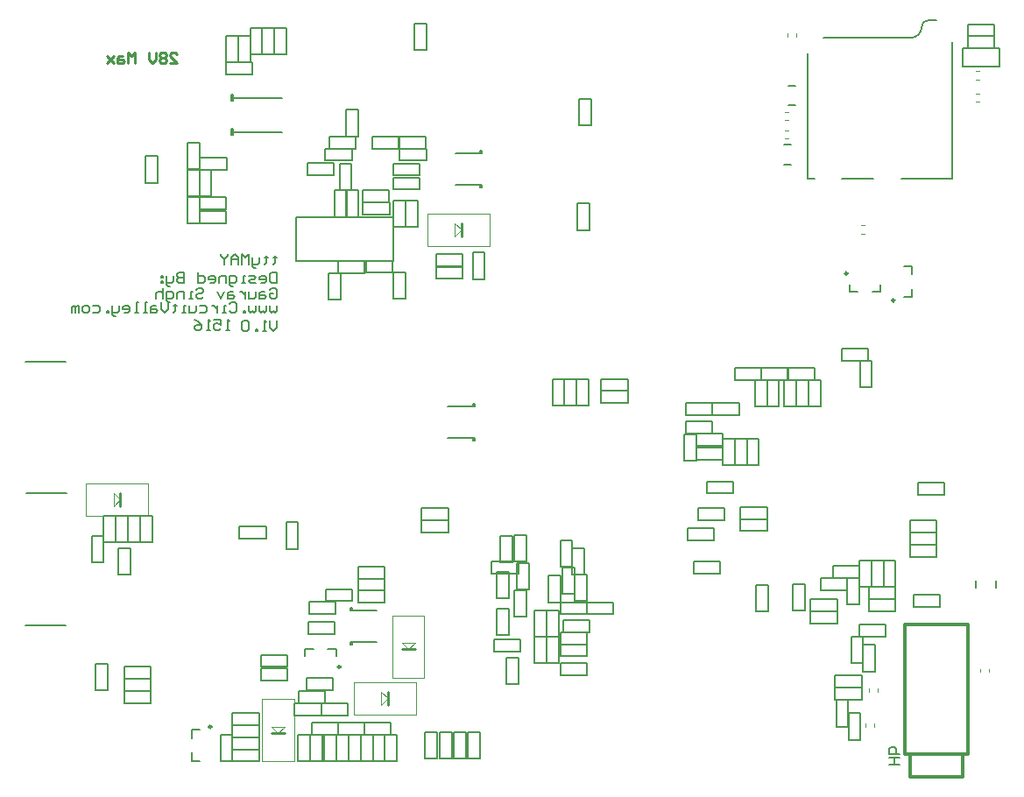
<source format=gbo>
G04 Layer_Color=32896*
%FSLAX24Y24*%
%MOIN*%
G70*
G01*
G75*
%ADD10C,0.0060*%
%ADD11C,0.0080*%
%ADD78C,0.0070*%
%ADD79C,0.0120*%
%ADD93C,0.0050*%
%ADD114C,0.0090*%
%ADD115C,0.0098*%
%ADD119C,0.0040*%
%ADD120C,0.0079*%
D10*
X28960Y23080D02*
X29210D01*
X28960Y23840D02*
X29210D01*
X29130Y25340D02*
X29380D01*
X29130Y26100D02*
X29380D01*
X37020Y7000D02*
Y7250D01*
X36260Y7000D02*
Y7250D01*
D11*
X34446Y28584D02*
G03*
X34190Y28310I9J-265D01*
G01*
X33777Y27914D02*
G03*
X34190Y28310I9J404D01*
G01*
X100Y5550D02*
X1630D01*
X110Y10590D02*
X1640D01*
X90Y15590D02*
X1620D01*
X35352Y22560D02*
Y27757D01*
X33423Y22560D02*
X35352D01*
X31155D02*
X32360D01*
X29840D02*
Y27324D01*
Y22560D02*
X30116D01*
X30470Y27914D02*
X33777D01*
X34446Y28584D02*
X34761D01*
X32940Y240D02*
X33340D01*
X33140D01*
Y507D01*
X32940D01*
X33340D01*
Y640D02*
X32940D01*
Y840D01*
X33007Y906D01*
X33140D01*
X33207Y840D01*
Y640D01*
D78*
X9640Y17160D02*
Y16893D01*
X9507Y16760D01*
X9373Y16893D01*
Y17160D01*
X9240Y16760D02*
X9107D01*
X9173D01*
Y17160D01*
X9240Y17093D01*
X8907Y16760D02*
Y16827D01*
X8840D01*
Y16760D01*
X8907D01*
X8574Y17093D02*
X8507Y17160D01*
X8374D01*
X8307Y17093D01*
Y16827D01*
X8374Y16760D01*
X8507D01*
X8574Y16827D01*
Y17093D01*
X9583Y19603D02*
Y19537D01*
X9650D01*
X9517D01*
X9583D01*
Y19337D01*
X9517Y19270D01*
X9250Y19603D02*
Y19537D01*
X9317D01*
X9183D01*
X9250D01*
Y19337D01*
X9183Y19270D01*
X8984Y19537D02*
Y19337D01*
X8917Y19270D01*
X8717D01*
Y19203D01*
X8784Y19137D01*
X8850D01*
X8717Y19270D02*
Y19537D01*
X8584Y19270D02*
Y19670D01*
X8450Y19537D01*
X8317Y19670D01*
Y19270D01*
X8184D02*
Y19537D01*
X8051Y19670D01*
X7917Y19537D01*
Y19270D01*
Y19470D01*
X8184D01*
X7784Y19670D02*
Y19603D01*
X7651Y19470D01*
X7517Y19603D01*
Y19670D01*
X7651Y19470D02*
Y19270D01*
X7860Y16770D02*
X7727D01*
X7793D01*
Y17170D01*
X7860Y17103D01*
X7260Y17170D02*
X7527D01*
Y16970D01*
X7393Y17037D01*
X7327D01*
X7260Y16970D01*
Y16837D01*
X7327Y16770D01*
X7460D01*
X7527Y16837D01*
X7127Y16770D02*
X6994D01*
X7060D01*
Y17170D01*
X7127Y17103D01*
X6527Y17170D02*
X6660Y17103D01*
X6794Y16970D01*
Y16837D01*
X6727Y16770D01*
X6594D01*
X6527Y16837D01*
Y16903D01*
X6594Y16970D01*
X6794D01*
X9640Y17707D02*
Y17507D01*
X9573Y17440D01*
X9507Y17507D01*
X9440Y17440D01*
X9373Y17507D01*
Y17707D01*
X9240D02*
Y17507D01*
X9173Y17440D01*
X9107Y17507D01*
X9040Y17440D01*
X8974Y17507D01*
Y17707D01*
X8840D02*
Y17507D01*
X8774Y17440D01*
X8707Y17507D01*
X8640Y17440D01*
X8574Y17507D01*
Y17707D01*
X8440Y17440D02*
Y17507D01*
X8374D01*
Y17440D01*
X8440D01*
X7841Y17773D02*
X7907Y17840D01*
X8041D01*
X8107Y17773D01*
Y17507D01*
X8041Y17440D01*
X7907D01*
X7841Y17507D01*
X7707Y17440D02*
X7574D01*
X7641D01*
Y17707D01*
X7707D01*
X7374D02*
Y17440D01*
Y17573D01*
X7307Y17640D01*
X7241Y17707D01*
X7174D01*
X6708D02*
X6908D01*
X6974Y17640D01*
Y17507D01*
X6908Y17440D01*
X6708D01*
X6574Y17707D02*
Y17507D01*
X6508Y17440D01*
X6308D01*
Y17707D01*
X6174Y17440D02*
X6041D01*
X6108D01*
Y17707D01*
X6174D01*
X5775Y17773D02*
Y17707D01*
X5841D01*
X5708D01*
X5775D01*
Y17507D01*
X5708Y17440D01*
X5508Y17840D02*
Y17573D01*
X5375Y17440D01*
X5241Y17573D01*
Y17840D01*
X5041Y17707D02*
X4908D01*
X4842Y17640D01*
Y17440D01*
X5041D01*
X5108Y17507D01*
X5041Y17573D01*
X4842D01*
X4708Y17440D02*
X4575D01*
X4642D01*
Y17840D01*
X4708D01*
X4375Y17440D02*
X4242D01*
X4308D01*
Y17840D01*
X4375D01*
X3842Y17440D02*
X3975D01*
X4042Y17507D01*
Y17640D01*
X3975Y17707D01*
X3842D01*
X3775Y17640D01*
Y17573D01*
X4042D01*
X3642Y17707D02*
Y17507D01*
X3575Y17440D01*
X3375D01*
Y17373D01*
X3442Y17307D01*
X3509D01*
X3375Y17440D02*
Y17707D01*
X3242Y17440D02*
Y17507D01*
X3175D01*
Y17440D01*
X3242D01*
X2642Y17707D02*
X2842D01*
X2909Y17640D01*
Y17507D01*
X2842Y17440D01*
X2642D01*
X2442D02*
X2309D01*
X2242Y17507D01*
Y17640D01*
X2309Y17707D01*
X2442D01*
X2509Y17640D01*
Y17507D01*
X2442Y17440D01*
X2109D02*
Y17707D01*
X2042D01*
X1976Y17640D01*
Y17440D01*
Y17640D01*
X1909Y17707D01*
X1843Y17640D01*
Y17440D01*
X9383Y18313D02*
X9450Y18380D01*
X9583D01*
X9650Y18313D01*
Y18047D01*
X9583Y17980D01*
X9450D01*
X9383Y18047D01*
Y18180D01*
X9517D01*
X9183Y18247D02*
X9050D01*
X8984Y18180D01*
Y17980D01*
X9183D01*
X9250Y18047D01*
X9183Y18113D01*
X8984D01*
X8850Y18247D02*
Y18047D01*
X8784Y17980D01*
X8584D01*
Y18247D01*
X8450D02*
Y17980D01*
Y18113D01*
X8384Y18180D01*
X8317Y18247D01*
X8250D01*
X7984D02*
X7851D01*
X7784Y18180D01*
Y17980D01*
X7984D01*
X8051Y18047D01*
X7984Y18113D01*
X7784D01*
X7651Y18247D02*
X7517Y17980D01*
X7384Y18247D01*
X6584Y18313D02*
X6651Y18380D01*
X6784D01*
X6851Y18313D01*
Y18247D01*
X6784Y18180D01*
X6651D01*
X6584Y18113D01*
Y18047D01*
X6651Y17980D01*
X6784D01*
X6851Y18047D01*
X6451Y17980D02*
X6318D01*
X6384D01*
Y18247D01*
X6451D01*
X6118Y17980D02*
Y18247D01*
X5918D01*
X5851Y18180D01*
Y17980D01*
X5585Y17847D02*
X5518D01*
X5451Y17913D01*
Y18247D01*
X5651D01*
X5718Y18180D01*
Y18047D01*
X5651Y17980D01*
X5451D01*
X5318Y18380D02*
Y17980D01*
Y18180D01*
X5251Y18247D01*
X5118D01*
X5051Y18180D01*
Y17980D01*
X9650Y19000D02*
Y18600D01*
X9450D01*
X9383Y18667D01*
Y18933D01*
X9450Y19000D01*
X9650D01*
X9050Y18600D02*
X9183D01*
X9250Y18667D01*
Y18800D01*
X9183Y18867D01*
X9050D01*
X8984Y18800D01*
Y18733D01*
X9250D01*
X8850Y18600D02*
X8650D01*
X8584Y18667D01*
X8650Y18733D01*
X8784D01*
X8850Y18800D01*
X8784Y18867D01*
X8584D01*
X8450Y18600D02*
X8317D01*
X8384D01*
Y18867D01*
X8450D01*
X7984Y18467D02*
X7917D01*
X7851Y18533D01*
Y18867D01*
X8051D01*
X8117Y18800D01*
Y18667D01*
X8051Y18600D01*
X7851D01*
X7717D02*
Y18867D01*
X7517D01*
X7451Y18800D01*
Y18600D01*
X7117D02*
X7251D01*
X7317Y18667D01*
Y18800D01*
X7251Y18867D01*
X7117D01*
X7051Y18800D01*
Y18733D01*
X7317D01*
X6651Y19000D02*
Y18600D01*
X6851D01*
X6918Y18667D01*
Y18800D01*
X6851Y18867D01*
X6651D01*
X6118Y19000D02*
Y18600D01*
X5918D01*
X5851Y18667D01*
Y18733D01*
X5918Y18800D01*
X6118D01*
X5918D01*
X5851Y18867D01*
Y18933D01*
X5918Y19000D01*
X6118D01*
X5718Y18867D02*
Y18667D01*
X5651Y18600D01*
X5451D01*
Y18533D01*
X5518Y18467D01*
X5585D01*
X5451Y18600D02*
Y18867D01*
X5318D02*
X5251D01*
Y18800D01*
X5318D01*
Y18867D01*
Y18667D02*
X5251D01*
Y18600D01*
X5318D01*
Y18667D01*
D79*
X33550Y5600D02*
X35950D01*
X35750Y-200D02*
Y600D01*
X33750Y-200D02*
X35750D01*
X33750D02*
Y600D01*
X35950Y638D02*
Y5600D01*
X33550Y638D02*
Y5600D01*
Y638D02*
X35950D01*
D93*
X17431Y22211D02*
Y22329D01*
X17392Y22211D02*
Y22329D01*
Y22211D02*
X17471D01*
X17392Y23629D02*
X17471D01*
X17392Y23511D02*
Y23629D01*
X17431Y23511D02*
Y23629D01*
X16447Y23511D02*
X17471D01*
Y23629D01*
Y22211D02*
Y22329D01*
X16447D02*
X17471D01*
X17151Y12581D02*
Y12699D01*
X17112Y12581D02*
Y12699D01*
Y12581D02*
X17191D01*
X17112Y13999D02*
X17191D01*
X17112Y13881D02*
Y13999D01*
X17151Y13881D02*
Y13999D01*
X16167Y13881D02*
X17191D01*
Y13999D01*
Y12581D02*
Y12699D01*
X16167D02*
X17191D01*
X21450Y5970D02*
X22460D01*
X21450Y6430D02*
X22460D01*
Y5970D02*
Y6430D01*
X21450Y5970D02*
Y6430D01*
X16180Y9083D02*
Y9543D01*
X15170Y9083D02*
X16180D01*
X15170Y9543D02*
X16180D01*
X15170Y9083D02*
Y9543D01*
X16180D02*
Y10003D01*
X15170Y9543D02*
X16180D01*
X15170Y10003D02*
X16180D01*
X15170Y9543D02*
Y10003D01*
X12080Y17950D02*
Y18960D01*
X11620Y17950D02*
Y18960D01*
X12080D01*
X11620Y17950D02*
X12080D01*
X17110Y18730D02*
Y19740D01*
X17570Y18730D02*
Y19740D01*
X17110Y18730D02*
X17570D01*
X17110Y19740D02*
X17570D01*
X14090Y18980D02*
X14550D01*
Y17970D02*
Y18980D01*
X14090Y17970D02*
Y18980D01*
Y17970D02*
X14550D01*
X15350Y27440D02*
Y28450D01*
X14890Y27440D02*
Y28450D01*
X15350D01*
X14890Y27440D02*
X15350D01*
X4910Y8710D02*
Y9720D01*
X4450Y8710D02*
Y9720D01*
X4910D01*
X4450Y8710D02*
X4910D01*
X3620Y7480D02*
X4080D01*
X3620Y8490D02*
X4080D01*
X3620Y7480D02*
Y8490D01*
X4080Y7480D02*
Y8490D01*
X4850Y3530D02*
Y3990D01*
X3840Y3530D02*
Y3990D01*
Y3530D02*
X4850D01*
X3840Y3990D02*
X4850D01*
X12740Y7330D02*
Y7790D01*
X13750Y7330D02*
Y7790D01*
X12740D02*
X13750D01*
X12740Y7330D02*
X13750D01*
Y6870D02*
Y7330D01*
X12740Y6870D02*
Y7330D01*
Y6870D02*
X13750D01*
X12740Y7330D02*
X13750D01*
X12750Y6870D02*
X13760D01*
X12750Y6410D02*
X13760D01*
X12750D02*
Y6870D01*
X13760Y6410D02*
Y6870D01*
X12439Y6101D02*
X13463D01*
X12439D02*
Y6219D01*
Y4801D02*
Y4919D01*
X13463D01*
X12479Y4801D02*
Y4919D01*
X12518Y4801D02*
Y4919D01*
X12439Y4801D02*
X12518D01*
X12439Y6219D02*
X12518D01*
Y6101D02*
Y6219D01*
X12479Y6101D02*
Y6219D01*
X7970Y830D02*
Y1290D01*
X8980Y830D02*
Y1290D01*
X7970D02*
X8980D01*
X7970Y830D02*
X8980D01*
X7970Y370D02*
Y1380D01*
X7510Y370D02*
Y1380D01*
X7970D01*
X7510Y370D02*
X7970D01*
X8980D02*
Y830D01*
X7970Y370D02*
Y830D01*
Y370D02*
X8980D01*
X7970Y830D02*
X8980D01*
X7970Y1290D02*
X8980D01*
X7970Y1750D02*
X8980D01*
Y1290D02*
Y1750D01*
X7970Y1290D02*
Y1750D01*
X8980D01*
X7970Y2210D02*
X8980D01*
Y1750D02*
Y2210D01*
X7970Y1750D02*
Y2210D01*
X10860Y5670D02*
X11870D01*
X10860Y5210D02*
X11870D01*
X10860D02*
Y5670D01*
X11870Y5210D02*
Y5670D01*
X10330Y2130D02*
X11340D01*
X10330Y2590D02*
X11340D01*
Y2130D02*
Y2590D01*
X10330Y2130D02*
Y2590D01*
X11340Y2130D02*
Y2590D01*
X12350Y2130D02*
Y2590D01*
X11340D02*
X12350D01*
X11340Y2130D02*
X12350D01*
X10790Y3540D02*
X11800D01*
X10790Y3080D02*
X11800D01*
X10790D02*
Y3540D01*
X11800Y3080D02*
Y3540D01*
X10490Y2590D02*
Y3050D01*
X11500Y2590D02*
Y3050D01*
X10490D02*
X11500D01*
X10490Y2590D02*
X11500D01*
X8230Y9310D02*
X9240D01*
X8230Y8850D02*
X9240D01*
X8230D02*
Y9310D01*
X9240Y8850D02*
Y9310D01*
X3070Y9720D02*
X3530D01*
X3070Y8710D02*
X3530D01*
Y9720D01*
X3070Y8710D02*
Y9720D01*
X3990D02*
X4450D01*
X3990Y8710D02*
X4450D01*
Y9720D01*
X3990Y8710D02*
Y9720D01*
X3530D02*
X3990D01*
X3530Y8710D02*
X3990D01*
Y9720D01*
X3530Y8710D02*
Y9720D01*
X3070Y7950D02*
Y8960D01*
X2610Y7950D02*
Y8960D01*
X3070D01*
X2610Y7950D02*
X3070D01*
X16306Y470D02*
Y1480D01*
X15846Y470D02*
Y1480D01*
X16306D01*
X15846Y470D02*
X16306D01*
X16852D02*
Y1480D01*
X16392Y470D02*
Y1480D01*
X16852D01*
X16392Y470D02*
X16852D01*
X15760D02*
Y1480D01*
X15300Y470D02*
Y1480D01*
X15760D01*
X15300Y470D02*
X15760D01*
X17398Y470D02*
Y1480D01*
X16938Y470D02*
Y1480D01*
X17398D01*
X16938Y470D02*
X17398D01*
X12390Y380D02*
X12850D01*
X12390Y1390D02*
X12850D01*
X12390Y380D02*
Y1390D01*
X12850Y380D02*
Y1390D01*
X13310D02*
X13770D01*
X13310Y380D02*
X13770D01*
Y1390D01*
X13310Y380D02*
Y1390D01*
Y380D02*
Y1390D01*
X12850Y380D02*
Y1390D01*
X13310D01*
X12850Y380D02*
X13310D01*
X13770Y1390D02*
X14230D01*
X13770Y380D02*
X14230D01*
Y1390D01*
X13770Y380D02*
Y1390D01*
X12990D02*
X14000D01*
X12990Y1850D02*
X14000D01*
Y1390D02*
Y1850D01*
X12990Y1390D02*
Y1850D01*
X10980D02*
X11990D01*
X10980Y1390D02*
X11990D01*
X10980D02*
Y1850D01*
X11990Y1390D02*
Y1850D01*
X10470Y1380D02*
X10930D01*
X10470Y370D02*
X10930D01*
Y1380D01*
X10470Y370D02*
Y1380D01*
X11980Y1390D02*
Y1850D01*
X12990Y1390D02*
Y1850D01*
X11980D02*
X12990D01*
X11980Y1390D02*
X12990D01*
X10010Y8460D02*
X10470D01*
X10010Y9470D02*
X10470D01*
X10010Y8460D02*
Y9470D01*
X10470Y8460D02*
Y9470D01*
X11470Y380D02*
X11930D01*
X11470Y1390D02*
X11930D01*
X11470Y380D02*
Y1390D01*
X11930Y380D02*
Y1390D01*
X11390Y370D02*
Y1380D01*
X10930Y370D02*
Y1380D01*
X11390D01*
X10930Y370D02*
X11390D01*
X12390Y380D02*
Y1390D01*
X11930Y380D02*
Y1390D01*
X12390D01*
X11930Y380D02*
X12390D01*
X10060Y3970D02*
Y4430D01*
X9050Y3970D02*
Y4430D01*
Y3970D02*
X10060D01*
X9050Y4430D02*
X10060D01*
X9050Y3450D02*
X10060D01*
X9050Y3910D02*
X10060D01*
Y3450D02*
Y3910D01*
X9050Y3450D02*
Y3910D01*
X4850Y2600D02*
Y3060D01*
X3840Y2600D02*
Y3060D01*
Y2600D02*
X4850D01*
X3840Y3060D02*
X4850D01*
X3840D02*
X4850D01*
X3840Y3520D02*
X4850D01*
Y3060D02*
Y3520D01*
X3840Y3060D02*
Y3520D01*
X35750Y27510D02*
X35750Y26810D01*
X37150D02*
Y27510D01*
X35750Y27510D02*
X37150Y27510D01*
X35750Y26810D02*
X37150D01*
X35940Y27510D02*
X36950D01*
X35940Y27970D02*
X36950D01*
Y27510D02*
Y27970D01*
X35940Y27510D02*
Y27970D01*
Y28430D02*
X36950D01*
X35940Y27970D02*
X36950D01*
X35940D02*
Y28430D01*
X36950Y27970D02*
Y28430D01*
X7720Y21380D02*
Y21840D01*
X6710Y21380D02*
Y21840D01*
Y21380D02*
X7720D01*
X6710Y21840D02*
X7720D01*
X6250Y21860D02*
X6710D01*
X6250Y20850D02*
X6710D01*
Y21860D01*
X6250Y20850D02*
Y21860D01*
X33890Y6720D02*
X34900D01*
X33890Y6260D02*
X34900D01*
X33890D02*
Y6720D01*
X34900Y6260D02*
Y6720D01*
X31360Y6340D02*
Y7350D01*
X31820Y6340D02*
Y7350D01*
X31360Y6340D02*
X31820D01*
X31360Y7350D02*
X31820D01*
X33740Y8620D02*
X34750D01*
X33740Y8160D02*
X34750D01*
X33740D02*
Y8620D01*
X34750Y8160D02*
Y8620D01*
X32190Y7010D02*
X33200D01*
X32190Y6550D02*
X33200D01*
X32190D02*
Y7010D01*
X33200Y6550D02*
Y7010D01*
X32190Y6550D02*
X33200D01*
X32190Y6090D02*
X33200D01*
X32190D02*
Y6550D01*
X33200Y6090D02*
Y6550D01*
X31810Y5130D02*
X32820D01*
X31810Y5590D02*
X32820D01*
Y5130D02*
Y5590D01*
X31810Y5130D02*
Y5590D01*
X31820Y7010D02*
Y8020D01*
X32280Y7010D02*
Y8020D01*
X31820Y7010D02*
X32280D01*
X31820Y8020D02*
X32280D01*
X30810Y7810D02*
X31820D01*
X30810Y7350D02*
X31820D01*
X30810D02*
Y7810D01*
X31820Y7350D02*
Y7810D01*
X32280Y7010D02*
Y8020D01*
X32740Y7010D02*
Y8020D01*
X32280Y7010D02*
X32740D01*
X32280Y8020D02*
X32740D01*
X30350Y7350D02*
X31360D01*
X30350Y6890D02*
X31360D01*
X30350D02*
Y7350D01*
X31360Y6890D02*
Y7350D01*
X34040Y10510D02*
X35050D01*
X34040Y10970D02*
X35050D01*
Y10510D02*
Y10970D01*
X34040Y10510D02*
Y10970D01*
X31160Y16080D02*
X32170D01*
X31160Y15620D02*
X32170D01*
X31160D02*
Y16080D01*
X32170Y15620D02*
Y16080D01*
X33740Y9080D02*
X34750D01*
X33740Y8620D02*
X34750D01*
X33740D02*
Y9080D01*
X34750Y8620D02*
Y9080D01*
X28310Y13890D02*
Y14900D01*
X27850Y13890D02*
Y14900D01*
X28310D01*
X27850Y13890D02*
X28310D01*
X30340D02*
Y14900D01*
X29880Y13890D02*
Y14900D01*
X30340D01*
X29880Y13890D02*
X30340D01*
X25620Y12390D02*
X26630D01*
X25620Y12850D02*
X26630D01*
Y12390D02*
Y12850D01*
X25620Y12390D02*
Y12850D01*
X4650Y23410D02*
X5110D01*
Y22400D02*
Y23410D01*
X4650Y22400D02*
Y23410D01*
Y22400D02*
X5110D01*
X26020Y11030D02*
X27030D01*
X26020Y10570D02*
X27030D01*
X26020D02*
Y11030D01*
X27030Y10570D02*
Y11030D01*
X25280Y9240D02*
X26290D01*
X25280Y8780D02*
X26290D01*
X25280D02*
Y9240D01*
X26290Y8780D02*
Y9240D01*
X25680Y10010D02*
X26690D01*
X25680Y9550D02*
X26690D01*
X25680D02*
Y10010D01*
X26690Y9550D02*
Y10010D01*
X25512Y7522D02*
X26522D01*
X25512Y7982D02*
X26522D01*
Y7522D02*
Y7982D01*
X25512Y7522D02*
Y7982D01*
X27884Y6089D02*
Y7099D01*
X28344Y6089D02*
Y7099D01*
X27884Y6089D02*
X28344D01*
X27884Y7099D02*
X28344D01*
X29760Y6102D02*
Y7112D01*
X29300Y6102D02*
Y7112D01*
X29760D01*
X29300Y6102D02*
X29760D01*
X26230Y13550D02*
X27240D01*
X26230Y14010D02*
X27240D01*
Y13550D02*
Y14010D01*
X26230Y13550D02*
Y14010D01*
X33741Y9076D02*
X34751D01*
X33741Y9536D02*
X34751D01*
Y9076D02*
Y9536D01*
X33741Y9076D02*
Y9536D01*
X32300Y14610D02*
Y15620D01*
X31840Y14610D02*
Y15620D01*
X32300D01*
X31840Y14610D02*
X32300D01*
X28100Y14900D02*
X29110D01*
X28100Y15360D02*
X29110D01*
Y14900D02*
Y15360D01*
X28100Y14900D02*
Y15360D01*
X25210Y14010D02*
X26220D01*
X25210Y13550D02*
X26220D01*
X25210D02*
Y14010D01*
X26220Y13550D02*
Y14010D01*
X25210Y12850D02*
X26220D01*
X25210Y13310D02*
X26220D01*
Y12850D02*
Y13310D01*
X25210Y12850D02*
Y13310D01*
X25610Y12320D02*
X26620D01*
X25610Y11860D02*
X26620D01*
X25610D02*
Y12320D01*
X26620Y11860D02*
Y12320D01*
X28310Y13890D02*
Y14900D01*
X28770Y13890D02*
Y14900D01*
X28310Y13890D02*
X28770D01*
X28310Y14900D02*
X28770D01*
X27090D02*
X28100D01*
X27090Y15360D02*
X28100D01*
Y14900D02*
Y15360D01*
X27090Y14900D02*
Y15360D01*
X20440Y4110D02*
X21450D01*
X20440Y3650D02*
X21450D01*
X20440D02*
Y4110D01*
X21450Y3650D02*
Y4110D01*
X20440Y4830D02*
X21450D01*
X20440Y4370D02*
X21450D01*
X20440D02*
Y4830D01*
X21450Y4370D02*
Y4830D01*
X20440Y7770D02*
Y8780D01*
X20900Y7770D02*
Y8780D01*
X20440Y7770D02*
X20900D01*
X20440Y8780D02*
X20900D01*
X20550Y5290D02*
X21560D01*
X20550Y5750D02*
X21560D01*
Y5290D02*
Y5750D01*
X20550Y5290D02*
Y5750D01*
X20440Y6430D02*
X21450D01*
X20440Y5970D02*
X21450D01*
X20440D02*
Y6430D01*
X21450Y5970D02*
Y6430D01*
X20990Y6480D02*
Y7490D01*
X21450Y6480D02*
Y7490D01*
X20990Y6480D02*
X21450D01*
X20990Y7490D02*
X21450D01*
X20530Y6750D02*
Y7760D01*
X20990Y6750D02*
Y7760D01*
X20530Y6750D02*
X20990D01*
X20530Y7760D02*
X20990D01*
X21360Y7490D02*
Y8500D01*
X20900Y7490D02*
Y8500D01*
X21360D01*
X20900Y7490D02*
X21360D01*
X20450Y6430D02*
Y7440D01*
X19990Y6430D02*
Y7440D01*
X20450D01*
X19990Y6430D02*
X20450D01*
X18390Y3320D02*
Y4330D01*
X18850Y3320D02*
Y4330D01*
X18390Y3320D02*
X18850D01*
X18390Y4330D02*
X18850D01*
X17920Y5010D02*
X18930D01*
X17920Y4550D02*
X18930D01*
X17920D02*
Y5010D01*
X18930Y4550D02*
Y5010D01*
X18480Y5170D02*
Y6180D01*
X18020Y5170D02*
Y6180D01*
X18480D01*
X18020Y5170D02*
X18480D01*
X19150Y5880D02*
Y6890D01*
X18690Y5880D02*
Y6890D01*
X19150D01*
X18690Y5880D02*
X19150D01*
X17830Y7530D02*
X18840D01*
X17830Y7990D02*
X18840D01*
Y7530D02*
Y7990D01*
X17830Y7530D02*
Y7990D01*
X18170Y7950D02*
Y8960D01*
X18630Y7950D02*
Y8960D01*
X18170Y7950D02*
X18630D01*
X18170Y8960D02*
X18630D01*
X19140Y7990D02*
Y9000D01*
X18680Y7990D02*
Y9000D01*
X19140D01*
X18680Y7990D02*
X19140D01*
X19920Y4110D02*
Y5120D01*
X20380Y4110D02*
Y5120D01*
X19920Y4110D02*
X20380D01*
X19920Y5120D02*
X20380D01*
X19920D02*
Y6130D01*
X20380Y5120D02*
Y6130D01*
X19920Y5120D02*
X20380D01*
X19920Y6130D02*
X20380D01*
X19460Y4112D02*
Y5122D01*
X19920Y4112D02*
Y5122D01*
X19460Y4112D02*
X19920D01*
X19460Y5122D02*
X19920D01*
X19260Y6910D02*
Y7920D01*
X18800Y6910D02*
Y7920D01*
X19260D01*
X18800Y6910D02*
X19260D01*
X19920Y5120D02*
Y6130D01*
X19460Y5120D02*
Y6130D01*
X19920D01*
X19460Y5120D02*
X19920D01*
X20440Y5290D02*
X21450D01*
X20440Y4830D02*
X21450D01*
X20440D02*
Y5290D01*
X21450Y4830D02*
Y5290D01*
X26620Y11640D02*
Y12650D01*
X27080Y11640D02*
Y12650D01*
X26620Y11640D02*
X27080D01*
X26620Y12650D02*
X27080D01*
X25150Y11810D02*
Y12820D01*
X25610Y11810D02*
Y12820D01*
X25150Y11810D02*
X25610D01*
X25150Y12820D02*
X25610D01*
X27080Y11640D02*
Y12650D01*
X27540Y11640D02*
Y12650D01*
X27080Y11640D02*
X27540D01*
X27080Y12650D02*
X27540D01*
X27298Y10060D02*
X28308D01*
X27298Y9600D02*
X28308D01*
X27298D02*
Y10060D01*
X28308Y9600D02*
Y10060D01*
X28000Y11640D02*
Y12650D01*
X27540Y11640D02*
Y12650D01*
X28000D01*
X27540Y11640D02*
X28000D01*
X27300Y9600D02*
X28310D01*
X27300Y9140D02*
X28310D01*
X27300D02*
Y9600D01*
X28310Y9140D02*
Y9600D01*
X21100Y20600D02*
Y21610D01*
X21560Y20600D02*
Y21610D01*
X21100Y20600D02*
X21560D01*
X21100Y21610D02*
X21560D01*
X21060Y13920D02*
Y14930D01*
X21520Y13920D02*
Y14930D01*
X21060Y13920D02*
X21520D01*
X21060Y14930D02*
X21520D01*
X22000Y14470D02*
X23010D01*
X22000Y14010D02*
X23010D01*
X22000D02*
Y14470D01*
X23010Y14010D02*
Y14470D01*
X22000Y14930D02*
X23010D01*
X22000Y14470D02*
X23010D01*
X22000D02*
Y14930D01*
X23010Y14470D02*
Y14930D01*
X20600Y13920D02*
Y14930D01*
X21060Y13920D02*
Y14930D01*
X20600Y13920D02*
X21060D01*
X20600Y14930D02*
X21060D01*
X20140Y13920D02*
Y14930D01*
X20600Y13920D02*
Y14930D01*
X20140Y13920D02*
X20600D01*
X20140Y14930D02*
X20600D01*
X29420Y13890D02*
Y14900D01*
X28960Y13890D02*
Y14900D01*
X29420D01*
X28960Y13890D02*
X29420D01*
X29880D02*
Y14900D01*
X29420Y13890D02*
Y14900D01*
X29880D01*
X29420Y13890D02*
X29880D01*
X29100Y14900D02*
X30110D01*
X29100Y15360D02*
X30110D01*
Y14900D02*
Y15360D01*
X29100Y14900D02*
Y15360D01*
X32740Y7010D02*
Y8020D01*
X33200Y7010D02*
Y8020D01*
X32740Y7010D02*
X33200D01*
X32740Y8020D02*
X33200D01*
X14300Y23700D02*
X15310D01*
X14300Y24160D02*
X15310D01*
Y23700D02*
Y24160D01*
X14300Y23700D02*
Y24160D01*
X14330Y23240D02*
X15340D01*
X14330Y23700D02*
X15340D01*
Y23240D02*
Y23700D01*
X14330Y23240D02*
Y23700D01*
X14090Y22600D02*
X15100D01*
Y22140D02*
Y22600D01*
X14090Y22140D02*
Y22600D01*
Y22140D02*
X15100D01*
X14090Y21730D02*
X14550D01*
Y20720D02*
Y21730D01*
X14090Y20720D02*
Y21730D01*
Y20720D02*
X14550D01*
Y21730D02*
X15010D01*
Y20720D02*
Y21730D01*
X14550Y20720D02*
Y21730D01*
Y20720D02*
X15010D01*
X12910Y21660D02*
Y22120D01*
X13920D01*
X12910Y21660D02*
X13920D01*
Y22120D01*
X13940Y21200D02*
Y21660D01*
X12930Y21200D02*
X13940D01*
X12930Y21660D02*
X13940D01*
X12930Y21200D02*
Y21660D01*
X12300Y21100D02*
X12760D01*
X12300D02*
Y22110D01*
X12760Y21100D02*
Y22110D01*
X12300D02*
X12760D01*
X12310Y21100D02*
Y22110D01*
X11850Y21100D02*
X12310D01*
X11850Y22110D02*
X12310D01*
X11850Y21100D02*
Y22110D01*
X12500Y22120D02*
Y23130D01*
X12040Y22120D02*
X12500D01*
X12040Y23130D02*
X12500D01*
X12040Y22120D02*
Y23130D01*
X11500Y23700D02*
X12510D01*
Y23240D02*
Y23700D01*
X11500Y23240D02*
Y23700D01*
Y23240D02*
X12510D01*
X10820Y22700D02*
Y23160D01*
X11830D01*
X10820Y22700D02*
X11830D01*
Y23160D01*
X12750Y24160D02*
Y25170D01*
X12290D02*
X12750D01*
X12290Y24160D02*
X12750D01*
X12290D02*
Y25170D01*
X11640Y24160D02*
X12650D01*
X11640Y23700D02*
Y24160D01*
X12650Y23700D02*
Y24160D01*
X11640Y23700D02*
X12650D01*
X14060Y18970D02*
Y19430D01*
X13050Y18970D02*
X14060D01*
X13050Y19430D02*
X14060D01*
X13050Y18970D02*
Y19430D01*
X10390Y21097D02*
X14103D01*
Y20270D02*
Y21097D01*
X10390Y19430D02*
Y21097D01*
X14103Y19430D02*
Y20270D01*
X10390Y19430D02*
X14103D01*
X13300Y24160D02*
X14310D01*
Y23700D02*
Y24160D01*
X13300Y23700D02*
Y24160D01*
Y23700D02*
X14310D01*
X14080Y23130D02*
X15090D01*
Y22670D02*
Y23130D01*
X14080Y22670D02*
Y23130D01*
Y22670D02*
X15090D01*
X11990Y18960D02*
X13000D01*
X11990D02*
Y19420D01*
X13000Y18960D02*
Y19420D01*
X11990D02*
X13000D01*
X15710Y19220D02*
X16720D01*
X15710D02*
Y19680D01*
X16720Y19220D02*
Y19680D01*
X15710D02*
X16720D01*
X15710Y18740D02*
X16720D01*
X15710D02*
Y19200D01*
X16720Y18740D02*
Y19200D01*
X15710D02*
X16720D01*
X6730Y21890D02*
Y22900D01*
X6270Y21890D02*
X6730D01*
X6270Y22900D02*
X6730D01*
X6270Y21890D02*
Y22900D01*
X7170Y21890D02*
Y22900D01*
X6710Y21890D02*
X7170D01*
X6710Y22900D02*
X7170D01*
X6710Y21890D02*
Y22900D01*
X6270Y23920D02*
X6730D01*
Y22910D02*
Y23920D01*
X6270Y22910D02*
Y23920D01*
Y22910D02*
X6730D01*
X6710Y20850D02*
Y21310D01*
X7720D01*
X6710Y20850D02*
X7720D01*
Y21310D01*
X6730Y23360D02*
X7740D01*
Y22900D02*
Y23360D01*
X6730Y22900D02*
Y23360D01*
Y22900D02*
X7740D01*
X10030Y27290D02*
Y28300D01*
X9570Y27290D02*
X10030D01*
X9570Y28300D02*
X10030D01*
X9570Y27290D02*
Y28300D01*
X9100Y27290D02*
Y28300D01*
X9560D01*
X9100Y27290D02*
X9560D01*
Y28300D01*
X9100Y27290D02*
Y28300D01*
X8640Y27290D02*
X9100D01*
X8640Y28300D02*
X9100D01*
X8640Y27290D02*
Y28300D01*
X8180Y26980D02*
X8640D01*
X8180D02*
Y27990D01*
X8640Y26980D02*
Y27990D01*
X8180D02*
X8640D01*
X7720Y26980D02*
Y27990D01*
X8180D01*
X7720Y26980D02*
X8180D01*
Y27990D01*
X7710Y26980D02*
X8720D01*
Y26520D02*
Y26980D01*
X7710Y26520D02*
Y26980D01*
Y26520D02*
X8720D01*
X7925Y24212D02*
X8004D01*
X7925Y24330D02*
X9855D01*
X7925Y24212D02*
Y24448D01*
X8004D01*
X7965Y24212D02*
Y24330D01*
X8004Y24212D02*
Y24330D01*
X7965D02*
Y24448D01*
X8004Y24330D02*
Y24448D01*
X7925Y25512D02*
X8004D01*
X7925D02*
Y25748D01*
Y25630D02*
X9855D01*
X7925Y25748D02*
X8004D01*
X7965Y25512D02*
Y25630D01*
Y25748D01*
X8004Y25512D02*
Y25630D01*
Y25748D01*
X18480Y6580D02*
Y7590D01*
X18020Y6580D02*
Y7590D01*
X18480D01*
X18020Y6580D02*
X18480D01*
X30900Y3180D02*
X31910D01*
X30900Y3640D02*
X31910D01*
Y3180D02*
Y3640D01*
X30900Y3180D02*
Y3640D01*
Y2720D02*
X31910D01*
X30900Y3180D02*
X31910D01*
Y2720D02*
Y3180D01*
X30900Y2720D02*
Y3180D01*
X29970Y6550D02*
X30980D01*
X29970Y6090D02*
X30980D01*
X29970D02*
Y6550D01*
X30980Y6090D02*
Y6550D01*
X29970Y5630D02*
X30980D01*
X29970Y6090D02*
X30980D01*
Y5630D02*
Y6090D01*
X29970Y5630D02*
Y6090D01*
X31410Y1200D02*
Y2210D01*
X31870Y1200D02*
Y2210D01*
X31410Y1200D02*
X31870D01*
X31410Y2210D02*
X31870D01*
X31970Y4120D02*
Y5130D01*
X31510Y4120D02*
Y5130D01*
X31970D01*
X31510Y4120D02*
X31970D01*
X31400Y1700D02*
Y2710D01*
X30940Y1700D02*
Y2710D01*
X31400D01*
X30940Y1700D02*
X31400D01*
X31970Y3800D02*
Y4810D01*
X32430Y3800D02*
Y4810D01*
X31970Y3800D02*
X32430D01*
X31970Y4810D02*
X32430D01*
X11520Y6470D02*
Y6930D01*
X12530Y6470D02*
Y6930D01*
X11520D02*
X12530D01*
X11520Y6470D02*
X12530D01*
X10890Y6000D02*
X11900D01*
X10890Y6460D02*
X11900D01*
Y6000D02*
Y6460D01*
X10890Y6000D02*
Y6460D01*
X21610Y24570D02*
Y25580D01*
X21150Y24570D02*
Y25580D01*
X21610D01*
X21150Y24570D02*
X21610D01*
X3230Y3070D02*
Y4080D01*
X2770Y3070D02*
Y4080D01*
X3230D01*
X2770Y3070D02*
X3230D01*
D114*
X5573Y26940D02*
X5840D01*
X5573Y27207D01*
Y27273D01*
X5640Y27340D01*
X5773D01*
X5840Y27273D01*
X5440D02*
X5373Y27340D01*
X5240D01*
X5174Y27273D01*
Y27207D01*
X5240Y27140D01*
X5174Y27073D01*
Y27007D01*
X5240Y26940D01*
X5373D01*
X5440Y27007D01*
Y27073D01*
X5373Y27140D01*
X5440Y27207D01*
Y27273D01*
X5373Y27140D02*
X5240D01*
X5040Y27340D02*
Y27073D01*
X4907Y26940D01*
X4774Y27073D01*
Y27340D01*
X4241Y26940D02*
Y27340D01*
X4107Y27207D01*
X3974Y27340D01*
Y26940D01*
X3774Y27207D02*
X3641D01*
X3574Y27140D01*
Y26940D01*
X3774D01*
X3841Y27007D01*
X3774Y27073D01*
X3574D01*
X3441Y27207D02*
X3174Y26940D01*
X3307Y27073D01*
X3174Y27207D01*
X3441Y26940D01*
D115*
X31371Y18943D02*
G03*
X31371Y18943I-49J0D01*
G01*
X33166Y17921D02*
G03*
X33166Y17921I-49J0D01*
G01*
X7173Y1689D02*
G03*
X7173Y1689I-49J0D01*
G01*
X12078Y3967D02*
G03*
X12078Y3967I-49J0D01*
G01*
X13880Y2770D02*
Y3020D01*
Y2520D02*
Y2770D01*
X3690Y10340D02*
Y10590D01*
Y10090D02*
Y10340D01*
X16680Y20610D02*
Y20860D01*
Y20360D02*
Y20610D01*
X14660Y4640D02*
X14910D01*
X14410D02*
X14660D01*
X9700Y1450D02*
X9950D01*
X9450D02*
X9700D01*
D119*
X13630Y2770D02*
Y3020D01*
X13880Y2770D01*
X13630Y2520D02*
Y2770D01*
Y2520D02*
X13880Y2770D01*
X12592Y2150D02*
Y3380D01*
X14954D01*
Y2150D02*
Y3380D01*
X12592Y2150D02*
X14954D01*
X3440Y10340D02*
Y10590D01*
X3690Y10340D01*
X3440Y10090D02*
Y10340D01*
Y10090D02*
X3690Y10340D01*
X2402Y9720D02*
Y10950D01*
X4764D01*
Y9720D02*
Y10950D01*
X2402Y9720D02*
X4764D01*
X28990Y24400D02*
X29110D01*
X28990Y24080D02*
X29110D01*
X36260Y26320D02*
X36380D01*
X36260Y26640D02*
X36380D01*
X28990Y25100D02*
X29110D01*
X28990Y24780D02*
X29110D01*
X16430Y20610D02*
Y20860D01*
X16680Y20610D01*
X16430Y20360D02*
Y20610D01*
Y20360D02*
X16680Y20610D01*
X15392Y19990D02*
Y21220D01*
X17754D01*
Y19990D02*
Y21220D01*
X15392Y19990D02*
X17754D01*
X32070Y1700D02*
Y1820D01*
X32390Y1700D02*
Y1820D01*
X36420Y3770D02*
Y3890D01*
X36740Y3770D02*
Y3890D01*
X32510Y3020D02*
Y3140D01*
X32190Y3020D02*
Y3140D01*
X14660Y4890D02*
X14910D01*
X14660Y4640D02*
X14910Y4890D01*
X14410D02*
X14660D01*
X14410D02*
X14660Y4640D01*
X14040Y5928D02*
X15270D01*
Y3566D02*
Y5928D01*
X14040Y3566D02*
X15270D01*
X14040D02*
Y5928D01*
X9700Y1700D02*
X9950D01*
X9700Y1450D02*
X9950Y1700D01*
X9450D02*
X9700D01*
X9450D02*
X9700Y1450D01*
X9080Y2738D02*
X10310D01*
Y376D02*
Y2738D01*
X9080Y376D02*
X10310D01*
X9080D02*
Y2738D01*
X31900Y20450D02*
X32020D01*
X31900Y20770D02*
X32020D01*
X36260Y25480D02*
X36380D01*
X36260Y25800D02*
X36380D01*
X29410Y27950D02*
Y28070D01*
X29090Y27950D02*
Y28070D01*
D120*
X31439Y18254D02*
Y18530D01*
Y18254D02*
X31754D01*
X32621D02*
Y18530D01*
X32306Y18254D02*
X32621D01*
X33530Y18039D02*
X33806D01*
Y18354D01*
X33530Y19221D02*
X33806D01*
Y18906D02*
Y19221D01*
X6434Y1571D02*
X6710D01*
X6434Y1256D02*
Y1571D01*
Y389D02*
X6710D01*
X6434D02*
Y704D01*
X11911Y4380D02*
Y4656D01*
X11596D02*
X11911D01*
X10729Y4380D02*
Y4656D01*
X11044D01*
M02*

</source>
